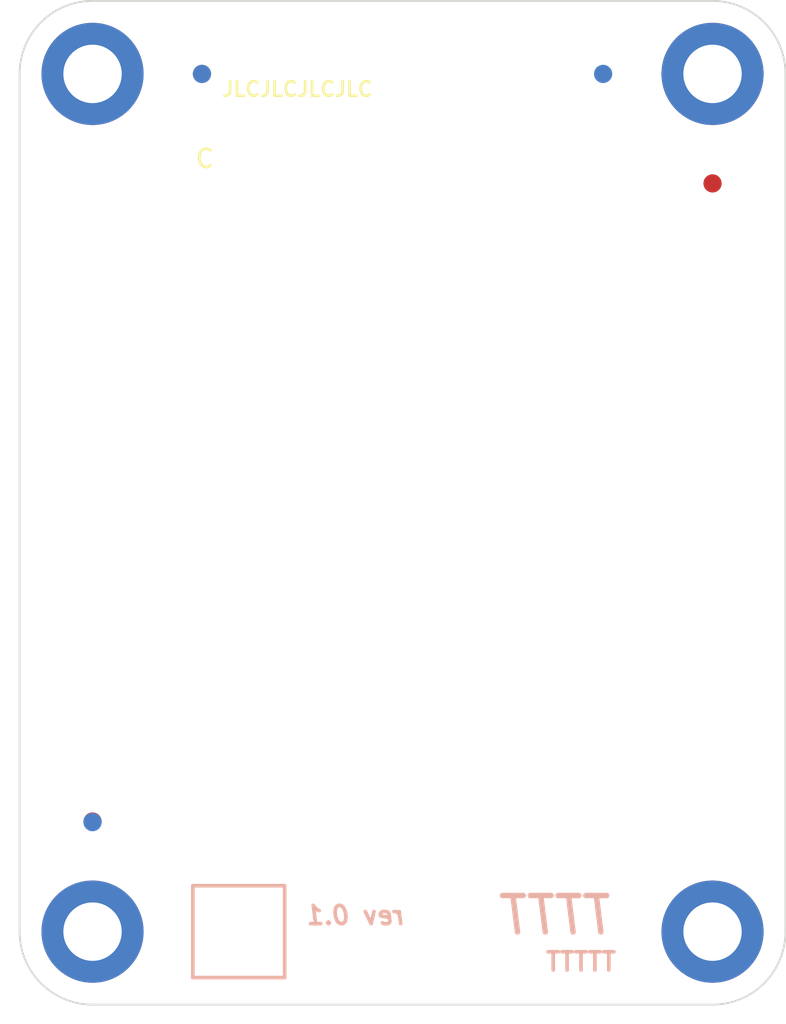
<source format=kicad_pcb>
(kicad_pcb (version 20221018) (generator pcbnew)
  (layers (0 "F.Cu" signal) (31 "B.Cu" signal) (34 "B.Paste" user) (35 "F.Paste" user) (36 "B.SilkS" user "B.Silkscreen") (37 "F.SilkS" user "F.Silkscreen") (38 "B.Mask" user) (39 "F.Mask" user) (44 "Edge.Cuts" user))
  (net 0 "")
  (net 1 "GNDREF")
  (footprint "MountingHole:MountingHole_3.2mm_M3_DIN965_Pad" (layer "F.Cu") (at 4 -4)
    (fp_text reference "H1" hide)
    (fp_text value "H" hide)
    (pad "1" thru_hole circle (at 0 0) (size 5.6 5.6) (drill 3.2) (layers "*.Cu" "*.Mask") (clearance 1))
  )
  (footprint "Fiducial:Fiducial_1mm_Mask3mm" (layer "F.Cu") (at 10 -51)
    (fp_text reference "FID2" hide)
    (fp_text value "F")
    (pad "" smd circle (at 0 0) (size 1 1) (layers "F.Cu" "F.Mask") (clearance 1))
  )
  (footprint "MountingHole:MountingHole_3.2mm_M3_DIN965_Pad" (layer "F.Cu") (at 4 -51 90)
    (fp_text reference "H4" hide)
    (fp_text value "H" hide)
    (pad "1" thru_hole circle (at 0 0 90) (size 5.6 5.6) (drill 3.2) (layers "*.Cu" "*.Mask") (net 1 "GNDREF") (clearance 1))
  )
  (footprint "MountingHole:MountingHole_3.2mm_M3_DIN965_Pad" (layer "F.Cu") (at 38 -4)
    (fp_text reference "H3" hide)
    (fp_text value "H" hide)
    (pad "1" thru_hole circle (at 0 0) (size 5.6 5.6) (drill 3.2) (layers "*.Cu" "*.Mask") (clearance 1))
  )
  (footprint "MountingHole:MountingHole_3.2mm_M3_DIN965_Pad" (layer "F.Cu") (at 38 -51)
    (fp_text reference "H2" hide)
    (fp_text value "H" hide)
    (pad "1" thru_hole circle (at 0 0) (size 5.6 5.6) (drill 3.2) (layers "*.Cu" "*.Mask") (clearance 1))
  )
  (footprint "Fiducial:Fiducial_1mm_Mask3mm" (layer "F.Cu") (at 4 -10.033)
    (fp_text reference "FID3" hide)
    (fp_text value "F" hide)
    (pad "" smd circle (at 0 0) (size 1 1) (layers "F.Cu" "F.Mask") (clearance 1))
  )
  (footprint "Fiducial:Fiducial_1mm_Mask3mm" (layer "F.Cu") (at 38 -45)
    (fp_text reference "FID1" hide)
    (fp_text value "F" hide)
    (pad "" smd circle (at 0 0) (size 1 1) (layers "F.Cu" "F.Mask") (clearance 1))
  )
  (footprint "Fiducial:Fiducial_1mm_Mask3mm" (layer "B.Cu") (at 32 -51 180)
    (fp_text reference "FID4" hide)
    (fp_text value "F" hide)
    (pad "" smd circle (at 0 0 180) (size 1 1) (layers "B.Cu" "B.Mask") (clearance 1))
  )
  (footprint "Fiducial:Fiducial_1mm_Mask3mm" (layer "B.Cu") (at 10 -51 180)
    (fp_text reference "FID6" hide)
    (fp_text value "F" hide)
    (pad "" smd circle (at 0 0 180) (size 1 1) (layers "B.Cu" "B.Mask") (clearance 1))
  )
  (footprint "Fiducial:Fiducial_1mm_Mask3mm" (layer "B.Cu") (at 4 -10 180)
    (fp_text reference "FID5" hide)
    (fp_text value "F" hide)
    (pad "" smd circle (at 0 0 180) (size 1 1) (layers "B.Cu" "B.Mask") (clearance 1))
  )
  (gr_line (start 9.5 -1.4825) (end 9.5 -6.5175) (stroke (width 0.2)) (layer "B.SilkS"))
  (gr_line (start 14.535 -1.4825) (end 14.535 -6.5175) (stroke (width 0.2)) (layer "B.SilkS"))
  (gr_line (start 9.5 -6.5175) (end 14.535 -6.5175) (stroke (width 0.2)) (layer "B.SilkS"))
  (gr_line (start 9.5 -1.4825) (end 14.535 -1.4825) (stroke (width 0.2)) (layer "B.SilkS"))
  (gr_line (start 42.000001 -51) (end 42.000001 -4.000001) (stroke (width 0.1)) (layer "Edge.Cuts"))
  (gr_line (start 4 0) (end 38.000001 0) (stroke (width 0.1)) (layer "Edge.Cuts"))
  (gr_arc (start 42.000001 -4.000001) (mid 40.828428 -1.171573) (end 38.000001 0) (stroke (width 0.1)) (layer "Edge.Cuts"))
  (gr_arc (start 4 0) (mid 1.171573 -1.171573) (end 0 -4) (stroke (width 0.1)) (layer "Edge.Cuts"))
  (gr_arc (start 38 -55.000001) (mid 40.828428 -53.828428) (end 42.000001 -51) (stroke (width 0.1)) (layer "Edge.Cuts"))
  (gr_line (start 0 -4) (end 0 -51) (stroke (width 0.1)) (layer "Edge.Cuts"))
  (gr_arc (start 0 -51) (mid 1.171573 -53.828427) (end 4.000001 -55.000001) (stroke (width 0.1)) (layer "Edge.Cuts"))
  (gr_line (start 38 -55.000001) (end 4.000001 -55.000001) (stroke (width 0.1)) (layer "Edge.Cuts"))
  (gr_text "rev 0.1" (at 15.618 -4.889) (layer "B.SilkS") (effects (font (size 1 1) (thickness 0.2) italic) (justify right mirror)))
  (gr_text "TTTT" (at 32.823 -4.889) (layer "B.SilkS") (effects (font (size 2 2) (thickness 0.3) italic) (justify left mirror)))
  (gr_text "TTTTT" (at 32.823 -2.349) (layer "B.SilkS") (effects (font (size 1 1) (thickness 0.2)) (justify left mirror)))
  (gr_text "C" (at 10.16 -46.355) (layer "F.SilkS") (effects (font (size 1 1))))
  (gr_text "JLCJLCJLCJLC" (at 15.24 -50.165) (layer "F.SilkS") (effects (font (size 0.8 0.8))))
)
</source>
